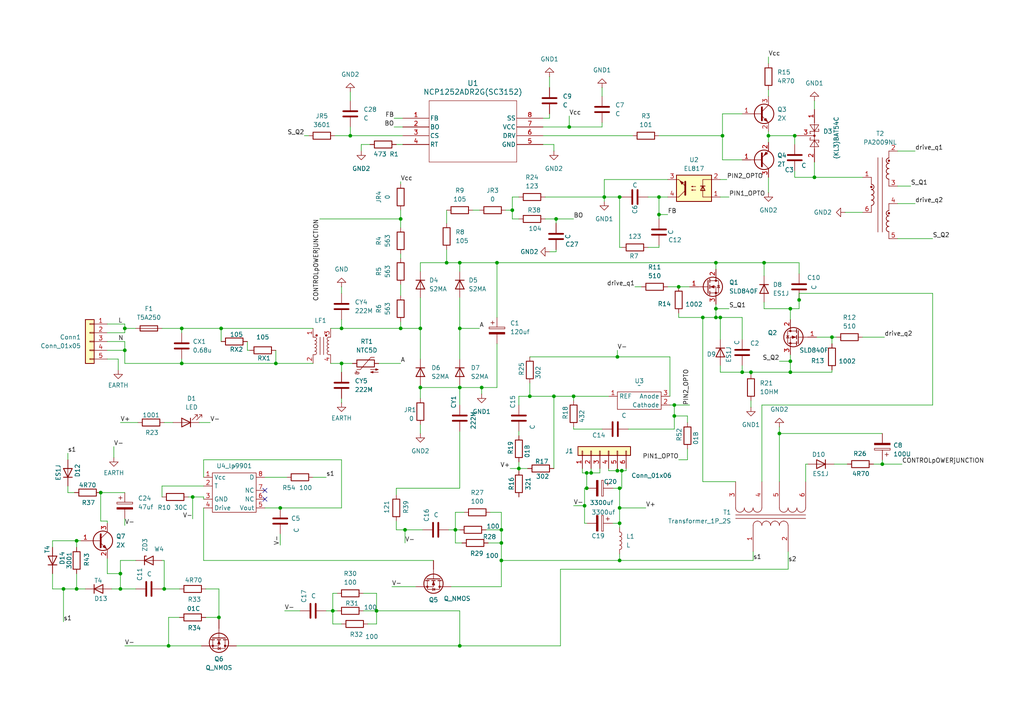
<source format=kicad_sch>
(kicad_sch (version 20250114) (generator "eeschema") (generator_version "9.0")
  (paper "A4")
  (junction (at 145.415 153.67))
  (junction (at 241.3 97.79))
  (junction (at 160.655 114.935))
  (junction (at 179.705 151.765))
  (junction (at 36.195 95.25))
  (junction (at 145.415 157.48))
  (junction (at 231.775 86.995))
  (junction (at 133.35 187.325))
  (junction (at 170.18 137.16))
  (junction (at 196.85 83.185))
  (junction (at 175.26 57.15))
  (junction (at 229.235 107.95))
  (junction (at 166.37 114.935))
  (junction (at 215.265 107.95))
  (junction (at 229.235 89.535))
  (junction (at 179.705 162.56))
  (junction (at 121.92 95.25))
  (junction (at 52.705 95.25))
  (junction (at 64.135 95.25))
  (junction (at 236.22 51.435))
  (junction (at 34.925 166.37))
  (junction (at 63.5 179.07))
  (junction (at 22.225 156.845))
  (junction (at 203.835 92.075))
  (junction (at 229.235 104.775))
  (junction (at 207.645 92.075))
  (junction (at 179.705 57.15))
  (junction (at 101.6 39.37))
  (junction (at 145.415 162.56))
  (junction (at 170.18 141.605))
  (junction (at 116.205 95.25))
  (junction (at 179.705 147.32))
  (junction (at 179.705 141.605))
  (junction (at 99.06 105.41))
  (junction (at 191.135 57.15))
  (junction (at 195.58 117.475))
  (junction (at 121.92 112.395))
  (junction (at 207.645 76.2))
  (junction (at 207.645 89.535))
  (junction (at 133.35 76.2))
  (junction (at 222.885 39.37))
  (junction (at 195.58 120.65))
  (junction (at 48.895 187.325))
  (junction (at 29.21 142.875))
  (junction (at 52.705 105.41))
  (junction (at 117.475 153.67))
  (junction (at 36.195 101.6))
  (junction (at 179.07 136.525))
  (junction (at 109.22 177.165))
  (junction (at 221.615 76.2))
  (junction (at 18.415 170.815))
  (junction (at 80.01 105.41))
  (junction (at 255.905 134.62))
  (junction (at 217.805 107.95))
  (junction (at 226.06 125.73))
  (junction (at 99.06 95.25))
  (junction (at 22.225 170.815))
  (junction (at 47.625 170.815))
  (junction (at 34.925 170.815))
  (junction (at 169.545 146.685))
  (junction (at 81.28 147.32))
  (junction (at 230.505 39.37))
  (junction (at 55.88 144.145))
  (junction (at 133.35 95.25))
  (junction (at 208.915 92.075))
  (junction (at 133.35 112.395))
  (junction (at 139.7 112.395))
  (junction (at 116.205 63.5))
  (junction (at 180.34 136.525))
  (junction (at 161.29 63.5))
  (junction (at 132.08 153.67))
  (junction (at 148.59 60.96))
  (junction (at 191.135 62.23))
  (junction (at 171.45 137.16))
  (junction (at 179.07 103.505))
  (junction (at 153.67 114.935))
  (junction (at 209.55 39.37))
  (junction (at 96.52 177.165))
  (junction (at 144.145 76.2))
  (junction (at 165.1 36.83))
  (junction (at 150.495 135.89))
  (junction (at 129.54 76.2))
  (no_connect (at 76.835 144.78))
  (no_connect (at 76.835 142.24))
  (wire (pts (xy 31.115 166.37) (xy 34.925 166.37)))
  (wire (pts (xy 191.135 57.15) (xy 193.675 57.15)))
  (wire (pts (xy 165.1 36.83) (xy 174.625 36.83)))
  (wire (pts (xy 179.07 103.505) (xy 153.67 103.505)))
  (wire (pts (xy 109.855 177.165) (xy 133.35 177.165)))
  (wire (pts (xy 221.615 89.535) (xy 221.615 87.63)))
  (wire (pts (xy 132.08 148.59) (xy 132.08 153.67)))
  (wire (pts (xy 36.195 95.25) (xy 36.195 96.52)))
  (wire (pts (xy 116.205 95.25) (xy 121.92 95.25)))
  (wire (pts (xy 196.85 90.805) (xy 196.85 92.075)))
  (wire (pts (xy 209.55 39.37) (xy 209.55 46.355)))
  (wire (pts (xy 81.28 147.32) (xy 76.835 147.32)))
  (wire (pts (xy 187.96 71.755) (xy 191.135 71.755)))
  (wire (pts (xy 208.915 98.425) (xy 208.915 92.075)))
  (wire (pts (xy 162.56 165.1) (xy 162.56 187.325)))
  (wire (pts (xy 260.35 59.055) (xy 265.43 59.055)))
  (wire (pts (xy 59.055 133.35) (xy 99.06 133.35)))
  (wire (pts (xy 145.415 162.56) (xy 145.415 170.18)))
  (wire (pts (xy 175.26 57.15) (xy 175.26 58.42)))
  (wire (pts (xy 31.115 151.13) (xy 29.21 151.13)))
  (wire (pts (xy 148.59 57.15) (xy 148.59 60.96)))
  (wire (pts (xy 104.775 41.91) (xy 104.775 43.815)))
  (wire (pts (xy 230.505 51.435) (xy 236.22 51.435)))
  (wire (pts (xy 24.765 170.815) (xy 22.225 170.815)))
  (wire (pts (xy 36.195 105.41) (xy 36.195 101.6)))
  (wire (pts (xy 15.24 170.815) (xy 18.415 170.815)))
  (wire (pts (xy 179.705 71.755) (xy 180.34 71.755)))
  (wire (pts (xy 121.92 86.36) (xy 121.92 95.25)))
  (wire (pts (xy 160.655 114.935) (xy 160.655 135.89)))
  (wire (pts (xy 101.6 36.83) (xy 101.6 39.37)))
  (wire (pts (xy 139.065 95.25) (xy 133.35 95.25)))
  (wire (pts (xy 116.205 52.705) (xy 116.205 53.34)))
  (wire (pts (xy 129.54 72.39) (xy 129.54 76.2)))
  (wire (pts (xy 96.52 177.165) (xy 96.52 180.975)))
  (wire (pts (xy 114.935 141.605) (xy 133.35 141.605)))
  (wire (pts (xy 217.805 116.205) (xy 217.805 118.11)))
  (wire (pts (xy 215.265 107.95) (xy 215.265 106.045)))
  (wire (pts (xy 220.98 117.475) (xy 220.98 139.7)))
  (wire (pts (xy 71.755 101.6) (xy 72.39 101.6)))
  (wire (pts (xy 59.69 170.815) (xy 63.5 170.815)))
  (wire (pts (xy 150.495 63.5) (xy 148.59 63.5)))
  (wire (pts (xy 179.705 57.15) (xy 180.34 57.15)))
  (wire (pts (xy 241.3 107.95) (xy 241.3 107.315)))
  (wire (pts (xy 94.615 138.43) (xy 90.805 138.43)))
  (wire (pts (xy 133.35 112.395) (xy 139.7 112.395)))
  (wire (pts (xy 196.85 133.35) (xy 199.39 133.35)))
  (wire (pts (xy 215.265 98.425) (xy 215.265 92.075)))
  (wire (pts (xy 99.06 115.57) (xy 99.06 116.84)))
  (wire (pts (xy 71.755 99.06) (xy 71.755 101.6)))
  (wire (pts (xy 170.18 141.605) (xy 169.545 141.605)))
  (wire (pts (xy 228.6 165.1) (xy 162.56 165.1)))
  (wire (pts (xy 150.495 135.89) (xy 150.495 133.985)))
  (wire (pts (xy 148.59 63.5) (xy 148.59 60.96)))
  (wire (pts (xy 114.3 34.29) (xy 116.84 34.29)))
  (wire (pts (xy 144.145 76.2) (xy 133.35 76.2)))
  (wire (pts (xy 147.955 135.89) (xy 150.495 135.89)))
  (wire (pts (xy 245.11 61.595) (xy 250.19 61.595)))
  (wire (pts (xy 196.85 83.185) (xy 200.025 83.185)))
  (wire (pts (xy 159.385 34.29) (xy 157.48 34.29)))
  (wire (pts (xy 221.615 76.2) (xy 221.615 80.01)))
  (wire (pts (xy 150.495 125.095) (xy 150.495 126.365)))
  (wire (pts (xy 175.26 52.07) (xy 175.26 57.15)))
  (wire (pts (xy 207.645 88.265) (xy 207.645 89.535)))
  (wire (pts (xy 121.92 95.25) (xy 121.92 104.14)))
  (wire (pts (xy 230.505 49.53) (xy 230.505 51.435)))
  (wire (pts (xy 159.385 22.225) (xy 159.385 25.4)))
  (wire (pts (xy 199.39 133.35) (xy 199.39 130.175)))
  (wire (pts (xy 130.175 153.67) (xy 132.08 153.67)))
  (wire (pts (xy 150.495 114.935) (xy 150.495 117.475)))
  (wire (pts (xy 39.37 162.56) (xy 34.925 162.56)))
  (wire (pts (xy 99.06 105.41) (xy 102.235 105.41)))
  (wire (pts (xy 31.115 161.925) (xy 31.115 166.37)))
  (wire (pts (xy 82.55 177.165) (xy 86.995 177.165)))
  (wire (pts (xy 55.88 144.145) (xy 59.055 144.145)))
  (wire (pts (xy 34.925 166.37) (xy 34.925 170.815)))
  (wire (pts (xy 96.52 180.975) (xy 99.06 180.975)))
  (wire (pts (xy 179.705 160.655) (xy 179.705 162.56)))
  (wire (pts (xy 114.935 141.605) (xy 114.935 143.51)))
  (wire (pts (xy 22.225 156.845) (xy 22.225 158.75)))
  (wire (pts (xy 153.67 114.935) (xy 160.655 114.935)))
  (wire (pts (xy 19.685 142.875) (xy 21.59 142.875)))
  (wire (pts (xy 18.415 170.815) (xy 22.225 170.815)))
  (wire (pts (xy 63.5 179.07) (xy 63.5 179.705)))
  (wire (pts (xy 150.495 135.89) (xy 153.035 135.89)))
  (wire (pts (xy 180.34 136.525) (xy 180.34 141.605)))
  (wire (pts (xy 117.475 153.67) (xy 122.555 153.67)))
  (wire (pts (xy 180.34 141.605) (xy 179.705 141.605)))
  (wire (pts (xy 211.455 89.535) (xy 207.645 89.535)))
  (wire (pts (xy 101.6 39.37) (xy 116.84 39.37)))
  (wire (pts (xy 150.495 135.89) (xy 150.495 136.525)))
  (wire (pts (xy 57.785 122.555) (xy 60.96 122.555)))
  (wire (pts (xy 36.195 93.98) (xy 36.195 95.25)))
  (wire (pts (xy 250.19 97.79) (xy 256.54 97.79)))
  (wire (pts (xy 208.915 107.95) (xy 215.265 107.95)))
  (wire (pts (xy 99.06 83.185) (xy 99.06 85.09)))
  (wire (pts (xy 191.135 39.37) (xy 209.55 39.37)))
  (wire (pts (xy 236.855 97.79) (xy 241.3 97.79)))
  (wire (pts (xy 179.705 151.765) (xy 179.705 153.035)))
  (wire (pts (xy 59.055 162.56) (xy 125.73 162.56)))
  (wire (pts (xy 169.545 141.605) (xy 169.545 146.685)))
  (wire (pts (xy 161.29 73.025) (xy 161.29 72.39)))
  (wire (pts (xy 222.885 38.1) (xy 222.885 39.37)))
  (wire (pts (xy 191.135 71.12) (xy 191.135 71.755)))
  (wire (pts (xy 55.88 150.495) (xy 55.88 144.145)))
  (wire (pts (xy 175.26 57.15) (xy 179.705 57.15)))
  (wire (pts (xy 95.885 105.41) (xy 99.06 105.41)))
  (wire (pts (xy 194.31 117.475) (xy 195.58 117.475)))
  (wire (pts (xy 47.625 162.56) (xy 47.625 170.815)))
  (wire (pts (xy 52.705 95.25) (xy 52.705 96.52)))
  (wire (pts (xy 99.06 147.32) (xy 81.28 147.32)))
  (wire (pts (xy 34.29 104.14) (xy 31.115 104.14)))
  (wire (pts (xy 174.625 25.4) (xy 174.625 27.94)))
  (wire (pts (xy 193.675 52.07) (xy 175.26 52.07)))
  (wire (pts (xy 218.44 160.02) (xy 218.44 162.56)))
  (wire (pts (xy 48.895 179.07) (xy 52.07 179.07)))
  (wire (pts (xy 59.055 140.97) (xy 46.99 140.97)))
  (wire (pts (xy 157.48 36.83) (xy 165.1 36.83)))
  (wire (pts (xy 191.135 57.15) (xy 191.135 62.23)))
  (wire (pts (xy 222.885 39.37) (xy 230.505 39.37)))
  (wire (pts (xy 116.205 93.345) (xy 116.205 95.25)))
  (wire (pts (xy 176.53 136.525) (xy 179.07 136.525)))
  (wire (pts (xy 59.055 144.145) (xy 59.055 144.78)))
  (wire (pts (xy 173.99 135.89) (xy 173.99 137.16)))
  (wire (pts (xy 229.235 89.535) (xy 229.235 92.71)))
  (wire (pts (xy 99.06 105.41) (xy 99.06 107.95)))
  (wire (pts (xy 132.08 148.59) (xy 134.62 148.59)))
  (wire (pts (xy 109.22 172.085) (xy 109.22 177.165)))
  (wire (pts (xy 106.68 180.975) (xy 109.22 180.975)))
  (wire (pts (xy 80.01 101.6) (xy 80.01 105.41)))
  (wire (pts (xy 19.685 140.97) (xy 19.685 142.875)))
  (wire (pts (xy 166.37 146.685) (xy 169.545 146.685)))
  (wire (pts (xy 207.645 78.105) (xy 207.645 76.2)))
  (wire (pts (xy 207.645 76.2) (xy 221.615 76.2)))
  (wire (pts (xy 236.22 29.21) (xy 236.22 31.75)))
  (wire (pts (xy 217.805 107.95) (xy 229.235 107.95)))
  (wire (pts (xy 129.54 76.2) (xy 133.35 76.2)))
  (wire (pts (xy 33.02 129.54) (xy 33.02 132.715)))
  (wire (pts (xy 179.07 136.525) (xy 180.34 136.525)))
  (wire (pts (xy 168.91 135.89) (xy 168.91 137.16)))
  (wire (pts (xy 241.935 134.62) (xy 245.745 134.62)))
  (wire (pts (xy 231.775 86.995) (xy 231.775 89.535)))
  (wire (pts (xy 270.51 85.09) (xy 231.775 85.09)))
  (wire (pts (xy 59.055 138.43) (xy 59.055 133.35)))
  (wire (pts (xy 173.99 137.16) (xy 171.45 137.16)))
  (wire (pts (xy 195.58 117.475) (xy 195.58 120.65)))
  (wire (pts (xy 133.35 187.325) (xy 162.56 187.325)))
  (wire (pts (xy 139.7 112.395) (xy 139.7 114.3)))
  (wire (pts (xy 171.45 135.89) (xy 171.45 137.16)))
  (wire (pts (xy 113.665 170.18) (xy 120.65 170.18)))
  (wire (pts (xy 226.06 104.775) (xy 229.235 104.775)))
  (wire (pts (xy 36.195 99.06) (xy 36.195 101.6)))
  (wire (pts (xy 19.685 131.445) (xy 19.685 133.35)))
  (wire (pts (xy 144.145 92.075) (xy 144.145 76.2)))
  (wire (pts (xy 166.37 124.46) (xy 166.37 123.825)))
  (wire (pts (xy 36.195 142.875) (xy 29.21 142.875)))
  (wire (pts (xy 64.135 99.06) (xy 64.135 95.25)))
  (wire (pts (xy 169.545 151.765) (xy 170.18 151.765)))
  (wire (pts (xy 64.135 95.25) (xy 90.805 95.25)))
  (wire (pts (xy 145.415 157.48) (xy 145.415 162.56)))
  (wire (pts (xy 133.35 177.165) (xy 133.35 187.325)))
  (wire (pts (xy 207.645 92.075) (xy 208.915 92.075)))
  (wire (pts (xy 217.805 107.95) (xy 217.805 108.585)))
  (wire (pts (xy 81.28 154.94) (xy 81.28 158.115)))
  (wire (pts (xy 117.475 157.48) (xy 117.475 153.67)))
  (wire (pts (xy 196.85 92.075) (xy 203.835 92.075)))
  (wire (pts (xy 48.895 179.07) (xy 48.895 187.325)))
  (wire (pts (xy 215.265 107.95) (xy 217.805 107.95)))
  (wire (pts (xy 121.92 76.2) (xy 129.54 76.2)))
  (wire (pts (xy 161.29 63.5) (xy 166.37 63.5)))
  (wire (pts (xy 116.205 60.96) (xy 116.205 63.5)))
  (wire (pts (xy 182.245 124.46) (xy 195.58 124.46)))
  (wire (pts (xy 222.885 26.035) (xy 222.885 27.94)))
  (wire (pts (xy 194.31 114.935) (xy 194.31 103.505)))
  (wire (pts (xy 199.39 120.65) (xy 199.39 122.555)))
  (wire (pts (xy 236.22 51.435) (xy 250.19 51.435)))
  (wire (pts (xy 179.07 101.6) (xy 179.07 103.505)))
  (wire (pts (xy 222.885 51.435) (xy 222.885 55.88)))
  (wire (pts (xy 158.115 57.15) (xy 175.26 57.15)))
  (wire (pts (xy 34.29 107.315) (xy 34.29 104.14)))
  (wire (pts (xy 109.22 177.165) (xy 105.41 177.165)))
  (wire (pts (xy 36.195 96.52) (xy 31.115 96.52)))
  (wire (pts (xy 148.59 57.15) (xy 150.495 57.15)))
  (wire (pts (xy 132.08 153.67) (xy 133.35 153.67)))
  (wire (pts (xy 95.885 95.25) (xy 99.06 95.25)))
  (wire (pts (xy 133.35 95.25) (xy 133.35 104.14)))
  (wire (pts (xy 166.37 114.935) (xy 166.37 116.205)))
  (wire (pts (xy 203.835 139.7) (xy 213.36 139.7)))
  (wire (pts (xy 32.385 170.815) (xy 34.925 170.815)))
  (wire (pts (xy 101.6 26.67) (xy 101.6 29.21)))
  (wire (pts (xy 165.1 33.655) (xy 165.1 36.83)))
  (wire (pts (xy 15.24 166.37) (xy 15.24 170.815)))
  (wire (pts (xy 52.705 95.25) (xy 64.135 95.25)))
  (wire (pts (xy 99.06 133.35) (xy 99.06 147.32)))
  (wire (pts (xy 177.8 141.605) (xy 179.705 141.605)))
  (wire (pts (xy 174.625 35.56) (xy 174.625 36.83)))
  (wire (pts (xy 208.915 107.95) (xy 208.915 106.045)))
  (wire (pts (xy 241.3 97.79) (xy 241.3 99.695)))
  (wire (pts (xy 94.615 177.165) (xy 96.52 177.165)))
  (wire (pts (xy 174.625 124.46) (xy 166.37 124.46)))
  (wire (pts (xy 68.58 187.325) (xy 133.35 187.325)))
  (wire (pts (xy 221.615 76.2) (xy 231.775 76.2)))
  (wire (pts (xy 221.615 89.535) (xy 229.235 89.535)))
  (wire (pts (xy 209.55 46.355) (xy 215.265 46.355)))
  (wire (pts (xy 166.37 114.935) (xy 176.53 114.935)))
  (wire (pts (xy 47.625 122.555) (xy 50.165 122.555)))
  (wire (pts (xy 231.775 85.09) (xy 231.775 86.995)))
  (wire (pts (xy 241.3 107.95) (xy 229.235 107.95)))
  (wire (pts (xy 132.08 157.48) (xy 133.985 157.48)))
  (wire (pts (xy 195.58 117.475) (xy 200.025 117.475)))
  (wire (pts (xy 153.67 114.935) (xy 150.495 114.935)))
  (wire (pts (xy 230.505 39.37) (xy 231.14 39.37)))
  (wire (pts (xy 191.135 62.23) (xy 191.135 63.5)))
  (wire (pts (xy 159.385 33.02) (xy 159.385 34.29)))
  (wire (pts (xy 226.06 125.73) (xy 255.905 125.73)))
  (wire (pts (xy 46.99 140.97) (xy 46.99 144.145)))
  (wire (pts (xy 133.35 112.395) (xy 133.35 111.76)))
  (wire (pts (xy 133.35 76.2) (xy 133.35 78.74)))
  (wire (pts (xy 121.92 112.395) (xy 121.92 111.76)))
  (wire (pts (xy 255.905 134.62) (xy 261.62 134.62)))
  (wire (pts (xy 18.415 170.815) (xy 18.415 180.34)))
  (wire (pts (xy 142.24 148.59) (xy 145.415 148.59)))
  (wire (pts (xy 47.625 170.815) (xy 52.07 170.815)))
  (wire (pts (xy 76.835 138.43) (xy 83.185 138.43)))
  (wire (pts (xy 36.195 150.495) (xy 36.195 152.4)))
  (wire (pts (xy 145.415 162.56) (xy 179.705 162.56)))
  (wire (pts (xy 228.6 160.02) (xy 228.6 165.1)))
  (wire (pts (xy 109.855 105.41) (xy 116.205 105.41)))
  (wire (pts (xy 229.235 104.775) (xy 229.235 107.95)))
  (wire (pts (xy 177.8 151.765) (xy 179.705 151.765)))
  (wire (pts (xy 22.225 170.815) (xy 22.225 166.37)))
  (wire (pts (xy 23.495 156.845) (xy 22.225 156.845)))
  (wire (pts (xy 270.51 117.475) (xy 270.51 85.09)))
  (wire (pts (xy 179.705 141.605) (xy 179.705 147.32)))
  (wire (pts (xy 63.5 170.815) (xy 63.5 179.07)))
  (wire (pts (xy 48.895 187.325) (xy 58.42 187.325)))
  (wire (pts (xy 116.205 74.93) (xy 116.205 73.66)))
  (wire (pts (xy 39.37 95.25) (xy 36.195 95.25)))
  (wire (pts (xy 96.52 172.085) (xy 97.79 172.085)))
  (wire (pts (xy 144.145 99.695) (xy 144.145 112.395)))
  (wire (pts (xy 179.705 162.56) (xy 218.44 162.56)))
  (wire (pts (xy 31.115 93.98) (xy 36.195 93.98)))
  (wire (pts (xy 46.99 170.815) (xy 47.625 170.815)))
  (wire (pts (xy 148.59 60.96) (xy 146.685 60.96)))
  (wire (pts (xy 29.21 151.13) (xy 29.21 142.875)))
  (wire (pts (xy 255.905 133.35) (xy 255.905 134.62)))
  (wire (pts (xy 15.24 156.845) (xy 22.225 156.845)))
  (wire (pts (xy 114.935 153.67) (xy 117.475 153.67)))
  (wire (pts (xy 130.81 170.18) (xy 145.415 170.18)))
  (wire (pts (xy 109.22 180.975) (xy 109.22 177.165)))
  (wire (pts (xy 207.645 89.535) (xy 207.645 92.075)))
  (wire (pts (xy 92.71 63.5) (xy 116.205 63.5)))
  (wire (pts (xy 158.115 63.5) (xy 161.29 63.5)))
  (wire (pts (xy 208.915 57.15) (xy 211.455 57.15)))
  (wire (pts (xy 208.915 52.07) (xy 210.82 52.07)))
  (wire (pts (xy 97.155 39.37) (xy 101.6 39.37)))
  (wire (pts (xy 187.96 57.15) (xy 191.135 57.15)))
  (wire (pts (xy 96.52 177.165) (xy 97.79 177.165)))
  (wire (pts (xy 145.415 148.59) (xy 145.415 153.67)))
  (wire (pts (xy 226.06 123.825) (xy 226.06 125.73)))
  (wire (pts (xy 34.925 170.815) (xy 39.37 170.815)))
  (wire (pts (xy 260.35 69.215) (xy 270.51 69.215)))
  (wire (pts (xy 222.885 39.37) (xy 222.885 41.275)))
  (wire (pts (xy 186.055 83.185) (xy 184.15 83.185)))
  (wire (pts (xy 121.92 78.74) (xy 121.92 76.2)))
  (wire (pts (xy 99.06 95.25) (xy 116.205 95.25)))
  (wire (pts (xy 199.39 120.65) (xy 195.58 120.65)))
  (wire (pts (xy 144.145 76.2) (xy 207.645 76.2)))
  (wire (pts (xy 180.34 136.525) (xy 181.61 136.525)))
  (wire (pts (xy 160.655 41.91) (xy 160.655 43.815)))
  (wire (pts (xy 255.905 134.62) (xy 253.365 134.62)))
  (wire (pts (xy 121.92 112.395) (xy 121.92 115.57)))
  (wire (pts (xy 34.925 162.56) (xy 34.925 166.37)))
  (wire (pts (xy 121.92 112.395) (xy 133.35 112.395)))
  (wire (pts (xy 59.055 147.32) (xy 59.055 162.56)))
  (wire (pts (xy 179.705 147.32) (xy 179.705 151.765)))
  (wire (pts (xy 222.885 16.51) (xy 222.885 18.415)))
  (wire (pts (xy 59.69 179.07) (xy 63.5 179.07)))
  (wire (pts (xy 88.265 39.37) (xy 89.535 39.37)))
  (wire (pts (xy 195.58 120.65) (xy 195.58 124.46)))
  (wire (pts (xy 153.67 111.125) (xy 153.67 114.935)))
  (wire (pts (xy 80.01 105.41) (xy 90.805 105.41)))
  (wire (pts (xy 99.06 92.71) (xy 99.06 95.25)))
  (wire (pts (xy 170.18 137.16) (xy 171.45 137.16)))
  (wire (pts (xy 233.68 134.62) (xy 233.68 139.7)))
  (wire (pts (xy 52.705 105.41) (xy 80.01 105.41)))
  (wire (pts (xy 31.115 151.13) (xy 31.115 151.765)))
  (wire (pts (xy 129.54 60.96) (xy 129.54 64.77)))
  (wire (pts (xy 236.22 46.99) (xy 236.22 51.435)))
  (wire (pts (xy 161.29 63.5) (xy 161.29 64.77)))
  (wire (pts (xy 140.97 153.67) (xy 145.415 153.67)))
  (wire (pts (xy 234.315 134.62) (xy 233.68 134.62)))
  (wire (pts (xy 114.3 36.83) (xy 116.84 36.83)))
  (wire (pts (xy 52.705 105.41) (xy 36.195 105.41)))
  (wire (pts (xy 141.605 157.48) (xy 145.415 157.48)))
  (wire (pts (xy 231.775 76.2) (xy 231.775 79.375)))
  (wire (pts (xy 168.91 137.16) (xy 170.18 137.16)))
  (wire (pts (xy 179.07 136.525) (xy 179.07 135.89)))
  (wire (pts (xy 170.18 137.16) (xy 170.18 141.605)))
  (wire (pts (xy 193.675 83.185) (xy 196.85 83.185)))
  (wire (pts (xy 34.925 122.555) (xy 40.005 122.555)))
  (wire (pts (xy 114.935 153.67) (xy 114.935 151.13)))
  (wire (pts (xy 116.205 85.725) (xy 116.205 82.55)))
  (wire (pts (xy 203.835 92.075) (xy 203.835 139.7)))
  (wire (pts (xy 179.705 57.15) (xy 179.705 71.755)))
  (wire (pts (xy 229.235 102.87) (xy 229.235 104.775)))
  (wire (pts (xy 209.55 33.02) (xy 209.55 39.37)))
  (wire (pts (xy 220.98 117.475) (xy 270.51 117.475)))
  (wire (pts (xy 133.35 125.095) (xy 133.35 141.605)))
  (wire (pts (xy 46.99 162.56) (xy 47.625 162.56)))
  (wire (pts (xy 264.16 53.975) (xy 260.35 53.975)))
  (wire (pts (xy 133.35 86.36) (xy 133.35 95.25)))
  (wire (pts (xy 116.205 63.5) (xy 116.205 66.04)))
  (wire (pts (xy 36.195 187.325) (xy 48.895 187.325)))
  (wire (pts (xy 181.61 135.89) (xy 181.61 136.525)))
  (wire (pts (xy 114.935 41.91) (xy 116.84 41.91)))
  (wire (pts (xy 230.505 39.37) (xy 230.505 41.91)))
  (wire (pts (xy 176.53 135.89) (xy 176.53 136.525)))
  (wire (pts (xy 31.115 99.06) (xy 36.195 99.06)))
  (wire (pts (xy 36.195 101.6) (xy 31.115 101.6)))
  (wire (pts (xy 208.915 92.075) (xy 215.265 92.075)))
  (wire (pts (xy 193.675 62.23) (xy 191.135 62.23)))
  (wire (pts (xy 121.92 123.19) (xy 121.92 125.73)))
  (wire (pts (xy 157.48 41.91) (xy 160.655 41.91)))
  (wire (pts (xy 215.265 33.02) (xy 209.55 33.02)))
  (wire (pts (xy 54.61 144.145) (xy 55.88 144.145)))
  (wire (pts (xy 169.545 146.685) (xy 169.545 151.765)))
  (wire (pts (xy 137.16 60.96) (xy 139.065 60.96)))
  (wire (pts (xy 52.705 105.41) (xy 52.705 104.14)))
  (wire (pts (xy 157.48 39.37) (xy 183.515 39.37)))
  (wire (pts (xy 226.06 125.73) (xy 226.06 139.7)))
  (wire (pts (xy 133.35 117.475) (xy 133.35 112.395)))
  (wire (pts (xy 145.415 153.67) (xy 145.415 157.48)))
  (wire (pts (xy 132.08 153.67) (xy 132.08 157.48)))
  (wire (pts (xy 107.315 41.91) (xy 104.775 41.91)))
  (wire (pts (xy 203.835 92.075) (xy 207.645 92.075)))
  (wire (pts (xy 241.3 97.79) (xy 242.57 97.79)))
  (wire (pts (xy 96.52 172.085) (xy 96.52 177.165)))
  (wire (pts (xy 160.655 114.935) (xy 166.37 114.935)))
  (wire (pts (xy 260.35 43.815) (xy 265.43 43.815)))
  (wire (pts (xy 15.24 158.75) (xy 15.24 156.845)))
  (wire (pts (xy 159.385 73.025) (xy 161.29 73.025)))
  (wire (pts (xy 105.41 172.085) (xy 109.22 172.085)))
  (wire (pts (xy 187.325 147.32) (xy 179.705 147.32)))
  (wire (pts (xy 229.235 89.535) (xy 231.775 89.535)))
  (wire (pts (xy 139.7 112.395) (xy 144.145 112.395)))
  (wire (pts (xy 194.31 103.505) (xy 179.07 103.505)))
  (wire (pts (xy 46.99 95.25) (xy 52.705 95.25)))
  (label "N" (at 34.29 99.06 0))
  (label "V+" (at 34.925 122.555 0))
  (label "V-" (at 36.195 187.325 0))
  (label "S_Q1" (at 264.16 53.975 0))
  (label "PIN2_OPTO" (at 200.025 117.475 90))
  (label "V-" (at 60.96 122.555 0))
  (label "S_Q2" (at 270.51 69.215 0))
  (label "s2" (at 228.6 163.195 0))
  (label "drive_q1" (at 184.15 83.185 180))
  (label "V-" (at 166.37 146.685 0))
  (label "L" (at 34.29 93.98 0))
  (label "V+" (at 187.325 147.32 0))
  (label "S_Q2" (at 88.265 39.37 180))
  (label "V-" (at 82.55 177.165 0))
  (label "s1" (at 18.415 180.34 0))
  (label "s1" (at 218.44 162.56 0))
  (label "BO" (at 166.37 63.5 0))
  (label "V-" (at 81.28 158.115 90))
  (label "V-" (at 179.07 101.6 0))
  (label "V-" (at 113.665 170.18 0))
  (label "CONTROLpOWERjUNCTION" (at 92.71 63.5 270))
  (label "PIN1_OPTO" (at 196.85 133.35 180))
  (label "drive_q2" (at 256.54 97.79 0))
  (label "Vcc" (at 165.1 33.655 0))
  (label "drive_q1" (at 265.43 43.815 0))
  (label "S_Q1" (at 211.455 89.535 0))
  (label "Vcc" (at 222.885 16.51 0))
  (label "S_Q2" (at 226.06 104.775 180))
  (label "V-" (at 117.475 157.48 0))
  (label "Vcc" (at 116.205 52.705 0))
  (label "V+" (at 147.955 135.89 180))
  (label "V-" (at 55.88 150.495 180))
  (label "CONTROLpOWERjUNCTION" (at 261.62 134.62 0))
  (label "V-" (at 33.02 129.54 0))
  (label "drive_q2" (at 265.43 59.055 0))
  (label "FB" (at 114.3 34.29 180))
  (label "PIN2_OPTO" (at 210.82 52.07 0))
  (label "A" (at 139.065 95.25 0))
  (label "s1" (at 19.685 131.445 0))
  (label "V-" (at 36.195 152.4 0))
  (label "FB" (at 193.675 62.23 0))
  (label "BO" (at 114.3 36.83 180))
  (label "s1" (at 94.615 138.43 0))
  (label "A" (at 116.205 105.41 0))
  (label "PIN1_OPTO" (at 211.455 57.15 0))
  (symbol (lib_id "Device:R") (at 86.995 138.43 90) (unit 1)
    (property "Reference" "R54" (at 83.82 141.478 90))
    (property "Value" "100" (at 88.646 141.478 90))
    (property "Description" "Resistor" (effects (hide yes)))
  )
  (symbol (lib_id "Device:C_Polarized") (at 36.195 146.685 0) (unit 1)
    (property "Reference" "C24" (at 40.005 144.5259 0) (effects (justify left)))
    (property "Value" "47uf" (at 40.005 147.0659 0) (effects (justify left)))
    (property "Description" "Polarized capacitor" (effects (hide yes)))
  )
  (symbol (lib_id "Device:R") (at 156.845 135.89 90) (unit 1)
    (property "Reference" "R17" (at 155.194 133.858 90) (effects (justify right)))
    (property "Value" "302" (at 155.448 138.176 90) (effects (justify right)))
    (property "Description" "Resistor" (effects (hide yes)))
  )
  (symbol (lib_id "Diode:US2MA") (at 15.24 162.56 90) (unit 1)
    (property "Reference" "D14" (at 18.034 163.83 0) (effects (justify left)))
    (property "Value" "T4" (at 13.716 160.528 0) (effects (justify left)))
    (property "Footprint" "Diode_SMD:D_SMA" (effects (hide yes)))
    (property "Datasheet" "https://www.alldatasheet.net/datasheet-pdf/view-marking/58920/DIODES/1N4148W.html" (effects (hide yes)))
    (property "Description" "1000V, 1.5A, General Purpose Rectifier Diode, SMA(DO-214AC)" (effects (hide yes)))
    (property "Sim.Device" "D" (effects (hide yes)))
    (property "Sim.Pins" "1=K 2=A" (effects (hide yes)))
  )
  (symbol (lib_id "Device:R") (at 114.935 147.32 0) (unit 1)
    (property "Reference" "R39" (at 117.729 147.066 90))
    (property "Value" "121" (at 112.141 147.066 90))
    (property "Description" "Resistor" (effects (hide yes)))
  )
  (symbol (lib_id "Device:R") (at 187.325 39.37 90) (unit 1)
    (property "Reference" "R3" (at 187.325 33.655 90))
    (property "Value" "101" (at 187.325 36.195 90))
    (property "Description" "Resistor" (effects (hide yes)))
  )
  (symbol (lib_id "Transistor_BJT:MMBT3904") (at 220.345 33.02 0) (unit 1)
    (property "Reference" "Q3" (at 225.425 31.7499 0) (effects (justify left)))
    (property "Value" "2X" (at 225.425 34.2899 0) (effects (justify left)))
    (property "Footprint" "Package_TO_SOT_SMD:SOT-23" (effects (hide yes)))
    (property "Datasheet" "https://www.onsemi.com/pdf/datasheet/pzt3904-d.pdf" (effects (hide yes)))
    (property "Description" "0.2A Ic, 40V Vce, Small Signal NPN Transistor, SOT-23" (effects (hide yes)))
  )
  (symbol (lib_id "power:GND") (at 33.02 132.715 0) (unit 1)
    (property "Reference" "#PWR08" (effects (hide yes)))
    (property "Value" "EARTH" (at 33.02 137.16 0))
    (property "Description" "Power symbol creates a global label with name \"GND\" , ground" (effects (hide yes)))
  )
  (symbol (lib_id "Device:R") (at 55.88 179.07 270) (unit 1)
    (property "Reference" "R34" (at 56.388 182.118 90))
    (property "Value" "01C" (at 56.134 176.53 90))
    (property "Description" "Resistor" (effects (hide yes)))
  )
  (symbol (lib_id "power:GND") (at 99.06 83.185 180) (unit 1)
    (property "Reference" "#PWR03" (effects (hide yes)))
    (property "Value" "GND" (at 99.06 78.105 0))
    (property "Description" "Power symbol creates a global label with name \"GND\" , ground" (effects (hide yes)))
  )
  (symbol (lib_id "Connector_Generic:Conn_01x06") (at 173.99 130.81 90) (unit 1)
    (property "Reference" "J1" (at 165.1 130.81 90))
    (property "Value" "Conn_01x06" (at 188.976 137.922 90))
    (property "Footprint" "TerminalBlock:TerminalBlock_MaiXu_MX126-5.0-06P_1x06_P5.00mm" (effects (hide yes)))
    (property "Description" "Generic connector, single row, 01x06, script generated (kicad-library-utils/schlib/autogen/connector/)" (effects (hide yes)))
  )
  (symbol (lib_id "Device:C") (at 178.435 124.46 90) (unit 1)
    (property "Reference" "C14" (at 175.641 126.238 90) (effects (justify left)))
    (property "Value" "C" (at 181.737 120.523 90) (effects (justify left)))
    (property "Datasheet" "https://www.mouser.com/catalog/supplier/library/pdf/MurataHighVoltageCeramic.pdf" (effects (hide yes)))
    (property "Description" "Unpolarized capacitor" (effects (hide yes)))
  )
  (symbol (lib_id "Connector_Generic:Conn_01x05") (at 26.035 99.06 0) (mirror y) (unit 1)
    (property "Reference" "Conn1" (at 23.495 97.7899 0) (effects (justify left)))
    (property "Value" "Conn_01x05" (at 23.495 100.3299 0) (effects (justify left)))
    (property "Description" "Generic connector, single row, 01x05, script generated (kicad-library-utils/schlib/autogen/connector/)" (effects (hide yes)))
  )
  (symbol (lib_id "Device:C") (at 90.805 177.165 90) (unit 1)
    (property "Reference" "C17" (at 88.138 174.879 0) (effects (justify left)))
    (property "Value" "C" (at 91.694 172.847 90) (effects (justify left)))
    (property "Datasheet" "https://www.mouser.com/catalog/supplier/library/pdf/MurataHighVoltageCeramic.pdf" (effects (hide yes)))
    (property "Description" "Unpolarized capacitor" (effects (hide yes)))
  )
  (symbol (lib_id "Diode:US2MA") (at 19.685 137.16 90) (unit 1)
    (property "Reference" "D12" (at 22.479 138.43 0) (effects (justify left)))
    (property "Value" "ES1J" (at 16.891 139.446 0) (effects (justify left)))
    (property "Footprint" "Diode_SMD:D_SMA" (effects (hide yes)))
    (property "Datasheet" "https://www.digchip.com/datasheets/parts/datasheet/161/ES1J-pdf.php" (effects (hide yes)))
    (property "Description" "1000V, 1.5A, General Purpose Rectifier Diode, SMA(DO-214AC)" (effects (hide yes)))
    (property "Sim.Device" "D" (effects (hide yes)))
    (property "Sim.Pins" "1=K 2=A" (effects (hide yes)))
  )
  (symbol (lib_id "Transformer:PA2009NL") (at 255.27 56.515 0) (unit 1)
    (property "Reference" "T2" (at 255.27 38.735 0))
    (property "Value" "PA2009NL" (at 255.27 41.275 0))
    (property "Footprint" "Transformer_SMD:Pulse_PA2004NL" (effects (hide yes)))
    (property "Datasheet" "https://productfinder.pulseeng.com/products/datasheets/P663.pdf" (effects (hide yes)))
    (property "Description" "SMT Gate Drive Transformer, 2.5:1:1" (effects (hide yes)))
  )
  (symbol (lib_id "power:GND2") (at 160.655 43.815 0) (unit 1)
    (property "Reference" "#PWR012" (effects (hide yes)))
    (property "Value" "GND2" (at 160.655 48.895 0))
    (property "Description" "Power symbol creates a global label with name \"GND2\" , ground" (effects (hide yes)))
  )
  (symbol (lib_id "Device:C") (at 215.265 102.235 0) (unit 1)
    (property "Reference" "C2" (at 217.551 99.568 0) (effects (justify left)))
    (property "Value" "C" (at 213.741 100.076 90) (effects (justify left)))
    (property "Datasheet" "https://www.mouser.com/catalog/supplier/library/pdf/MurataHighVoltageCeramic.pdf" (effects (hide yes)))
    (property "Description" "Unpolarized capacitor" (effects (hide yes)))
  )
  (symbol (lib_id "Diode:US2MA") (at 133.35 107.95 270) (unit 1)
    (property "Reference" "D7" (at 136.525 106.6799 90) (effects (justify left)))
    (property "Value" "S2MA" (at 136.525 109.2199 90) (effects (justify left)))
    (property "Footprint" "Diode_SMD:D_SMA" (effects (hide yes)))
    (property "Datasheet" "https://www.onsemi.com/pub/Collateral/US2AA-D.PDF" (effects (hide yes)))
    (property "Description" "1000V, 1.5A, General Purpose Rectifier Diode, SMA(DO-214AC)" (effects (hide yes)))
    (property "Sim.Device" "D" (effects (hide yes)))
    (property "Sim.Pins" "1=K 2=A" (effects (hide yes)))
  )
  (symbol (lib_id "Transistor_FET:Q_NMOS_GDS") (at 231.775 97.79 0) (mirror y) (unit 1)
    (property "Reference" "Q2" (at 225.425 96.5199 0) (effects (justify left)))
    (property "Value" "SLD840F" (at 240.284 101.6 0) (effects (justify left)))
    (property "Datasheet" "https://www.alldatasheet.com/datasheet-pdf/view/1135474/MAPLESMI/SLD840F.html" (effects (hide yes)))
    (property "Description" "N-MOSFET transistor, gate/drain/source" (effects (hide yes)))
  )
  (symbol (lib_id "Device:R") (at 67.945 99.06 90) (unit 1)
    (property "Reference" "RX2" (at 68.58 101.346 90))
    (property "Value" "105" (at 68.58 97.028 90))
    (property "Description" "Resistor" (effects (hide yes)))
  )
  (symbol (lib_id "Device:R") (at 102.87 180.975 270) (unit 1)
    (property "Reference" "R32" (at 103.378 184.023 90))
    (property "Value" "100" (at 107.823 184.658 90))
    (property "Description" "Resistor" (effects (hide yes)))
  )
  (symbol (lib_id "Transistor_FET:Q_NMOS_GDS") (at 205.105 83.185 0) (unit 1)
    (property "Reference" "Q1" (at 211.455 81.9149 0) (effects (justify left)))
    (property "Value" "SLD840F" (at 211.455 84.4549 0) (effects (justify left)))
    (property "Datasheet" "https://www.alldatasheet.com/datasheet-pdf/view/1135474/MAPLESMI/SLD840F.html" (effects (hide yes)))
    (property "Description" "N-MOSFET transistor, gate/drain/source" (effects (hide yes)))
  )
  (symbol (lib_id "Device:R") (at 43.815 122.555 270) (unit 1)
    (property "Reference" "R23" (at 44.069 125.476 90))
    (property "Value" "1001" (at 43.815 120.396 90))
    (property "Description" "Resistor" (effects (hide yes)))
  )
  (symbol (lib_id "Device:Q_NMOS") (at 63.5 184.785 270) (unit 1)
    (property "Reference" "Q6" (at 63.5 191.135 90))
    (property "Value" "Q_NMOS" (at 63.5 193.675 90))
    (property "Footprint" "Package_SO:SOIC-8_3.9x4.9mm_P1.27mm" (effects (hide yes)))
    (property "Datasheet" "https://www.alldatasheet.com/html-pdf/79316/INFINEON/BSC022N03S/324/1/BSC022N03S.html" (effects (hide yes)))
    (property "Description" "N-MOSFET transistor" (effects (hide yes)))
  )
  (symbol (lib_id "Isolator:EL817") (at 201.295 54.61 180) (unit 1)
    (property "Reference" "U2" (at 201.295 46.355 0))
    (property "Value" "EL817" (at 201.295 48.895 0))
    (property "Footprint" "Package_DIP:DIP-4_W7.62mm" (effects (hide yes)))
    (property "Datasheet" "http://www.everlight.com/file/ProductFile/EL817.pdf" (effects (hide yes)))
    (property "Description" "DC Optocoupler, Vce 35V, DIP-4" (effects (hide yes)))
  )
  (symbol (lib_id "Device:R") (at 142.875 60.96 270) (unit 1)
    (property "Reference" "JR3" (at 142.875 55.245 90))
    (property "Value" "0" (at 142.875 57.785 90))
    (property "Description" "Resistor" (effects (hide yes)))
  )
  (symbol (lib_id "Diode:US2MA") (at 28.575 170.815 0) (unit 1)
    (property "Reference" "D13" (at 27.305 173.609 0) (effects (justify left)))
    (property "Value" "T4" (at 27.305 168.402 0) (effects (justify left)))
    (property "Footprint" "Diode_SMD:D_SMA" (effects (hide yes)))
    (property "Datasheet" "https://www.alldatasheet.net/datasheet-pdf/view-marking/58920/DIODES/1N4148W.html" (effects (hide yes)))
    (property "Description" "1000V, 1.5A, General Purpose Rectifier Diode, SMA(DO-214AC)" (effects (hide yes)))
    (property "Sim.Device" "D" (effects (hide yes)))
    (property "Sim.Pins" "1=K 2=A" (effects (hide yes)))
  )
  (symbol (lib_id "Device:L") (at 179.705 156.845 0) (unit 1)
    (property "Reference" "L1" (at 181.61 155.5749 0) (effects (justify left)))
    (property "Value" "L" (at 181.61 158.1149 0) (effects (justify left)))
    (property "Description" "Inductor" (effects (hide yes)))
  )
  (symbol (lib_id "Device:Thermistor_NTC") (at 106.045 105.41 90) (unit 1)
    (property "Reference" "RT1" (at 106.3625 99.06 90))
    (property "Value" "NTC5D" (at 106.3625 101.6 90))
    (property "Datasheet" "https://jlcpcb.com/api/file/downloadByFileSystemAccessId/8603098474842251264" (effects (hide yes)))
    (property "Description" "Temperature dependent resistor, negative temperature coefficient" (effects (hide yes)))
  )
  (symbol (lib_name "C_1") (lib_id "Device:C") (at 191.135 67.31 0) (unit 1)
    (property "Reference" "C12" (at 193.802 69.596 0) (effects (justify left)))
    (property "Value" "C" (at 194.564 68.072 90) (effects (justify left)))
    (property "Datasheet" "https://www.mouser.com/catalog/supplier/library/pdf/MurataHighVoltageCeramic.pdf" (effects (hide yes)))
    (property "Description" "Unpolarized capacitor" (effects (hide yes)))
  )
  (symbol (lib_id "Device:R") (at 189.865 83.185 90) (unit 1)
    (property "Reference" "R11" (at 189.865 77.47 90))
    (property "Value" "510" (at 189.865 80.01 90))
    (property "Description" "Resistor" (effects (hide yes)))
  )
  (symbol (lib_id "Device:R") (at 121.92 119.38 0) (unit 1)
    (property "Reference" "JR1" (at 117.094 118.872 0) (effects (justify left)))
    (property "Value" "0" (at 118.618 121.412 0) (effects (justify left)))
    (property "Description" "Resistor" (effects (hide yes)))
  )
  (symbol (lib_id "Device:R") (at 101.6 172.085 270) (unit 1)
    (property "Reference" "R30" (at 101.6 166.37 90))
    (property "Value" "100" (at 101.6 168.91 90))
    (property "Description" "Resistor" (effects (hide yes)))
  )
  (symbol (lib_id "Diode:US2MA") (at 133.35 82.55 270) (unit 1)
    (property "Reference" "D5" (at 135.89 81.2799 90) (effects (justify left)))
    (property "Value" "S2MA" (at 135.89 83.8199 90) (effects (justify left)))
    (property "Footprint" "Diode_SMD:D_SMA" (effects (hide yes)))
    (property "Datasheet" "https://www.onsemi.com/pub/Collateral/US2AA-D.PDF" (effects (hide yes)))
    (property "Description" "1000V, 1.5A, General Purpose Rectifier Diode, SMA(DO-214AC)" (effects (hide yes)))
    (property "Sim.Device" "D" (effects (hide yes)))
    (property "Sim.Pins" "1=K 2=A" (effects (hide yes)))
  )
  (symbol (lib_id "Device:C") (at 150.495 121.285 0) (unit 1)
    (property "Reference" "C15" (at 148.717 118.491 90) (effects (justify left)))
    (property "Value" "C" (at 154.432 124.587 90) (effects (justify left)))
    (property "Datasheet" "https://www.mouser.com/catalog/supplier/library/pdf/MurataHighVoltageCeramic.pdf" (effects (hide yes)))
    (property "Description" "Unpolarized capacitor" (effects (hide yes)))
  )
  (symbol (lib_id "Device:D_Zener") (at 43.18 162.56 0) (unit 1)
    (property "Reference" "ZD3" (at 42.037 160.02 90) (effects (justify left)))
    (property "Value" "W4" (at 44.704 159.258 0) (effects (justify left)))
    (property "Footprint" "Diode_SMD:D_SOD-523" (effects (hide yes)))
    (property "Datasheet" "https://www.diodes.com/datasheet/download/BZT52Cxx.pdf" (effects (hide yes)))
    (property "Description" "Zener diode" (effects (hide yes)))
  )
  (symbol (lib_id "Device:R") (at 93.345 39.37 90) (unit 1)
    (property "Reference" "JR5" (at 93.345 33.655 90))
    (property "Value" "3601" (at 93.345 36.195 90))
    (property "Description" "Resistor" (effects (hide yes)))
  )
  (symbol (lib_id "power:GND1") (at 217.805 118.11 0) (unit 1)
    (property "Reference" "#PWR05" (effects (hide yes)))
    (property "Value" "GND1" (at 217.805 123.19 0))
    (property "Description" "Power symbol creates a global label with name \"GND1\" , ground" (effects (hide yes)))
  )
  (symbol (lib_id "Transistor_BJT:MMBTA94") (at 220.345 46.355 0) (mirror x) (unit 1)
    (property "Reference" "Q4" (at 225.425 45.0849 0) (effects (justify left)))
    (property "Value" "2T" (at 225.425 47.6249 0) (effects (justify left)))
    (property "Footprint" "Package_TO_SOT_SMD:SOT-23" (effects (hide yes)))
    (property "Datasheet" "https://diotec.com/request/datasheet/mmbta92.pdf" (effects (hide yes)))
    (property "Description" "0.3A Ic, 400V Vce, PNP High Voltage Transistor, SOT-23" (effects (hide yes)))
  )
  (symbol (lib_id "Transistor_BJT:MMBT3904") (at 28.575 156.845 0) (unit 1)
    (property "Reference" "Q7" (at 33.655 155.5749 0) (effects (justify left)))
    (property "Value" "2X" (at 33.655 158.1149 0) (effects (justify left)))
    (property "Footprint" "Package_TO_SOT_SMD:SOT-23" (effects (hide yes)))
    (property "Datasheet" "https://www.onsemi.com/pdf/datasheet/pzt3904-d.pdf" (effects (hide yes)))
    (property "Description" "0.2A Ic, 40V Vce, Small Signal NPN Transistor, SOT-23" (effects (hide yes)))
  )
  (symbol (lib_id "power:GND") (at 34.29 107.315 0) (unit 1)
    (property "Reference" "#PWR01" (effects (hide yes)))
    (property "Value" "EARTH" (at 34.29 111.76 0))
    (property "Description" "Power symbol creates a global label with name \"GND\" , ground" (effects (hide yes)))
  )
  (symbol (lib_id "Device:C") (at 99.06 88.9 0) (unit 1)
    (property "Reference" "CY4" (at 102.87 87.6299 0) (effects (justify left)))
    (property "Value" "222M" (at 102.87 90.1699 0) (effects (justify left)))
    (property "Description" "Unpolarized capacitor" (effects (hide yes)))
  )
  (symbol (lib_id "Device:R") (at 101.6 177.165 270) (unit 1)
    (property "Reference" "R31" (at 102.108 175.006 90))
    (property "Value" "100" (at 107.442 176.149 90))
    (property "Description" "Resistor" (effects (hide yes)))
  )
  (symbol (lib_id "power:GND1") (at 139.7 114.3 0) (unit 1)
    (property "Reference" "#PWR04" (effects (hide yes)))
    (property "Value" "GND1" (at 139.7 119.38 0))
    (property "Description" "Power symbol creates a global label with name \"GND1\" , ground" (effects (hide yes)))
  )
  (symbol (lib_id "Device:R") (at 133.35 60.96 270) (unit 1)
    (property "Reference" "R9" (at 133.35 55.245 90))
    (property "Value" "105" (at 133.35 57.785 90))
    (property "Description" "Resistor" (effects (hide yes)))
  )
  (symbol (lib_id "power:GND1") (at 236.22 29.21 180) (unit 1)
    (property "Reference" "#PWR06" (effects (hide yes)))
    (property "Value" "GND1" (at 236.22 24.13 0))
    (property "Description" "Power symbol creates a global label with name \"GND1\" , ground" (effects (hide yes)))
  )
  (symbol (lib_id "Device:C") (at 99.06 111.76 0) (unit 1)
    (property "Reference" "CY5" (at 102.87 110.4899 0) (effects (justify left)))
    (property "Value" "222M" (at 102.87 113.0299 0) (effects (justify left)))
    (property "Datasheet" "https://www.mouser.com/catalog/supplier/library/pdf/MurataHighVoltageCeramic.pdf" (effects (hide yes)))
    (property "Description" "Unpolarized capacitor" (effects (hide yes)))
  )
  (symbol (lib_id "Device:C") (at 159.385 29.21 0) (unit 1)
    (property "Reference" "C9" (at 163.195 27.9399 0) (effects (justify left)))
    (property "Value" "C" (at 163.195 30.4799 0) (effects (justify left)))
    (property "Description" "Unpolarized capacitor" (effects (hide yes)))
  )
  (symbol (lib_id "Device:R") (at 137.16 153.67 270) (unit 1)
    (property "Reference" "R28" (at 141.986 155.702 90))
    (property "Value" "100" (at 143.002 152.654 90))
    (property "Description" "Resistor" (effects (hide yes)))
  )
  (symbol (lib_id "Device:R") (at 129.54 68.58 0) (unit 1)
    (property "Reference" "R8" (at 132.08 67.3099 0) (effects (justify left)))
    (property "Value" "105" (at 132.08 69.8499 0) (effects (justify left)))
    (property "Description" "Resistor" (effects (hide yes)))
  )
  (symbol (lib_id "Device:R") (at 50.8 144.145 90) (unit 1)
    (property "Reference" "R10" (at 47.625 147.193 90))
    (property "Value" "30C" (at 52.451 147.193 90))
    (property "Description" "Resistor" (effects (hide yes)))
  )
  (symbol (lib_id "Device:R") (at 196.85 86.995 180) (unit 1)
    (property "Reference" "R14" (at 190.754 88.138 0) (effects (justify right)))
    (property "Value" "1002" (at 198.755 88.2649 0) (effects (justify right)))
    (property "Description" "Resistor" (effects (hide yes)))
  )
  (symbol (lib_id "Device:R") (at 116.205 69.85 180) (unit 1)
    (property "Reference" "R4" (at 109.855 69.85 90))
    (property "Value" "563" (at 112.395 69.85 90))
    (property "Description" "Resistor" (effects (hide yes)))
  )
  (symbol (lib_id "Diode:US2MA") (at 121.92 82.55 270) (unit 1)
    (property "Reference" "D4" (at 124.46 81.2799 90) (effects (justify left)))
    (property "Value" "S2MA" (at 124.46 83.8199 90) (effects (justify left)))
    (property "Footprint" "Diode_SMD:D_SMA" (effects (hide yes)))
    (property "Datasheet" "https://www.onsemi.com/pub/Collateral/US2AA-D.PDF" (effects (hide yes)))
    (property "Description" "1000V, 1.5A, General Purpose Rectifier Diode, SMA(DO-214AC)" (effects (hide yes)))
    (property "Sim.Device" "D" (effects (hide yes)))
    (property "Sim.Pins" "1=K 2=A" (effects (hide yes)))
  )
  (symbol (lib_id "power:GND2") (at 226.06 123.825 180) (unit 1)
    (property "Reference" "#PWR016" (effects (hide yes)))
    (property "Value" "GND2" (at 226.06 118.745 0))
    (property "Description" "Power symbol creates a global label with name \"GND2\" , ground" (effects (hide yes)))
  )
  (symbol (lib_id "Device:C_Polarized") (at 173.99 141.605 270) (unit 1)
    (property "Reference" "C20" (at 177.038 139.7 90))
    (property "Value" "3300uf" (at 174.498 145.796 90))
    (property "Description" "Polarized capacitor" (effects (hide yes)))
  )
  (symbol (lib_id "Diode:US2MA") (at 121.92 107.95 270) (unit 1)
    (property "Reference" "D6" (at 125.095 106.6799 90) (effects (justify left)))
    (property "Value" "S2MA" (at 125.095 109.2199 90) (effects (justify left)))
    (property "Footprint" "Diode_SMD:D_SMA" (effects (hide yes)))
    (property "Datasheet" "https://www.onsemi.com/pub/Collateral/US2AA-D.PDF" (effects (hide yes)))
    (property "Description" "1000V, 1.5A, General Purpose Rectifier Diode, SMA(DO-214AC)" (effects (hide yes)))
    (property "Sim.Device" "D" (effects (hide yes)))
    (property "Sim.Pins" "1=K 2=A" (effects (hide yes)))
  )
  (symbol (lib_id "Filter:Choke_Schaffner_RN102-0.3-02-12M") (at 93.345 100.33 90) (mirror x) (unit 1)
    (property "Reference" "LF1" (at 94.742 92.964 90) (effects (justify left)))
    (property "Value" "Choke_Schaffner_RN102-0.3-02-12M" (effects (hide yes)))
    (property "Footprint" "Inductor_THT:Choke_Schaffner_RN102-04-14.0x14.0mm" (effects (hide yes)))
    (property "Datasheet" "https://www.schaffner.com/products/download/product/datasheet/rn-series-common-mode-chokes-new/" (effects (hide yes)))
    (property "Description" "Common mode choke, 300mA, 300VAC, 12mH, 1.1 ohm, RN-102" (effects (hide yes)))
  )
  (symbol (lib_id "Device:R") (at 153.67 107.315 180) (unit 1)
    (property "Reference" "R25" (at 151.257 108.966 90) (effects (justify right)))
    (property "Value" "302" (at 156.083 109.982 90) (effects (justify right)))
    (property "Description" "Resistor" (effects (hide yes)))
  )
  (symbol (lib_id "Device:R") (at 217.805 112.395 0) (unit 1)
    (property "Reference" "R21" (at 220.345 111.1249 0) (effects (justify left)))
    (property "Value" "1OHM" (at 220.345 113.6649 0) (effects (justify left)))
    (property "Description" "Resistor" (effects (hide yes)))
  )
  (symbol (lib_id "power:GND1") (at 175.26 58.42 0) (unit 1)
    (property "Reference" "#PWR07" (effects (hide yes)))
    (property "Value" "GND1" (at 175.26 63.5 0))
    (property "Description" "Power symbol creates a global label with name \"GND1\" , ground" (effects (hide yes)))
  )
  (symbol (lib_id "Diode:US2MA") (at 221.615 83.82 270) (unit 1)
    (property "Reference" "D8" (at 224.155 82.5499 90) (effects (justify left)))
    (property "Value" "ES1J" (at 224.155 85.0899 90) (effects (justify left)))
    (property "Footprint" "Diode_SMD:D_SMA" (effects (hide yes)))
    (property "Datasheet" "https://www.digchip.com/datasheets/parts/datasheet/161/ES1J-pdf.php" (effects (hide yes)))
    (property "Description" "1000V, 1.5A, General Purpose Rectifier Diode, SMA(DO-214AC)" (effects (hide yes)))
    (property "Sim.Device" "D" (effects (hide yes)))
    (property "Sim.Pins" "1=K 2=A" (effects (hide yes)))
  )
  (symbol (lib_id "Device:R") (at 241.3 103.505 180) (unit 1)
    (property "Reference" "R13" (at 235.204 104.648 0) (effects (justify right)))
    (property "Value" "1002" (at 243.205 104.7749 0) (effects (justify right)))
    (property "Description" "Resistor" (effects (hide yes)))
  )
  (symbol (lib_id "Device:R") (at 199.39 126.365 180) (unit 1)
    (property "Reference" "R52" (at 196.977 128.016 90) (effects (justify right)))
    (property "Value" "01B" (at 201.803 129.032 90) (effects (justify right)))
    (property "Description" "Resistor" (effects (hide yes)))
  )
  (symbol (lib_id "Device:C") (at 126.365 153.67 90) (unit 1)
    (property "Reference" "C16" (at 123.698 151.384 0) (effects (justify left)))
    (property "Value" "C" (at 127.254 149.352 90) (effects (justify left)))
    (property "Datasheet" "https://www.mouser.com/catalog/supplier/library/pdf/MurataHighVoltageCeramic.pdf" (effects (hide yes)))
    (property "Description" "Unpolarized capacitor" (effects (hide yes)))
  )
  (symbol (lib_id "Device:R") (at 150.495 130.175 180) (unit 1)
    (property "Reference" "R19" (at 148.082 131.826 90) (effects (justify right)))
    (property "Value" "01B" (at 152.908 132.842 90) (effects (justify right)))
    (property "Description" "Resistor" (effects (hide yes)))
  )
  (symbol (lib_id "Device:R") (at 166.37 120.015 180) (unit 1)
    (property "Reference" "R18" (at 163.957 121.666 90) (effects (justify right)))
    (property "Value" "432" (at 168.783 122.682 90) (effects (justify right)))
    (property "Description" "Resistor" (effects (hide yes)))
  )
  (symbol (lib_id "Device:R") (at 76.2 101.6 90) (unit 1)
    (property "Reference" "RX1" (at 76.581 103.886 90))
    (property "Value" "105" (at 76.2 97.79 90))
    (property "Description" "Resistor" (effects (hide yes)))
  )
  (symbol (lib_id "NCP1252:NCP1252ADR2G") (at 116.84 34.29 0) (unit 1)
    (property "Reference" "U1" (at 137.16 24.13 0) (effects (font (size 1.524 1.524))))
    (property "Value" "NCP1252ADR2G(SC3152)" (at 137.16 26.67 0) (effects (font (size 1.524 1.524))))
    (property "Footprint" "NCP1252_footprints:SOIC8_ONS" (effects (hide yes)))
    (property "Datasheet" "https://www.onsemi.com/pdf/datasheet/ncp1252-d.pdf" (effects (hide yes)))
  )
  (symbol (lib_id "IC:EA1_az431") (at 185.42 116.205 0) (unit 1)
    (property "Reference" "U3" (at 185.42 110.49 0))
    (property "Value" "~" (at 185.42 111.76 0))
    (property "Footprint" "ic:EA1_az431" (effects (hide yes)))
    (property "Datasheet" "https://www.alldatasheet.com/datasheet-pdf/view/137251/BCDSEMI/AZ431AN-ATRE1.html" (effects (hide yes)))
  )
  (symbol (lib_id "Device:R") (at 116.205 89.535 180) (unit 1)
    (property "Reference" "R6" (at 109.855 89.535 90))
    (property "Value" "563" (at 112.395 89.535 90))
    (property "Description" "Resistor" (effects (hide yes)))
  )
  (symbol (lib_id "Device:R") (at 246.38 97.79 90) (unit 1)
    (property "Reference" "R12" (at 246.38 92.075 90))
    (property "Value" "510" (at 246.38 94.615 90))
    (property "Description" "Resistor" (effects (hide yes)))
  )
  (symbol (lib_id "Device:R") (at 184.15 71.755 270) (unit 1)
    (property "Reference" "R7" (at 183.896 74.295 90))
    (property "Value" "123" (at 184.15 68.58 90))
    (property "Description" "Resistor" (effects (hide yes)))
  )
  (symbol (lib_id "power:GND") (at 99.06 116.84 0) (unit 1)
    (property "Reference" "#PWR02" (effects (hide yes)))
    (property "Value" "EARTH" (at 99.06 121.285 0))
    (property "Description" "Power symbol creates a global label with name \"GND\" , ground" (effects (hide yes)))
  )
  (symbol (lib_id "power:GND2") (at 245.11 61.595 270) (unit 1)
    (property "Reference" "#PWR014" (effects (hide yes)))
    (property "Value" "GND2" (at 241.3 61.5949 90) (effects (justify right)))
    (property "Description" "Power symbol creates a global label with name \"GND2\" , ground" (effects (hide yes)))
  )
  (symbol (lib_id "power:GND1") (at 174.625 25.4 180) (unit 1)
    (property "Reference" "#PWR09" (effects (hide yes)))
    (property "Value" "GND1" (at 174.625 20.32 0))
    (property "Description" "Power symbol creates a global label with name \"GND1\" , ground" (effects (hide yes)))
  )
  (symbol (lib_id "Device:R") (at 137.795 157.48 270) (unit 1)
    (property "Reference" "R29" (at 138.303 160.528 90))
    (property "Value" "100" (at 142.748 161.163 90))
    (property "Description" "Resistor" (effects (hide yes)))
  )
  (symbol (lib_id "Device:C_Polarized") (at 173.99 151.765 270) (unit 1)
    (property "Reference" "C19" (at 173.482 155.448 90))
    (property "Value" "3300uf" (at 175.006 148.59 90))
    (property "Description" "Polarized capacitor" (effects (hide yes)))
  )
  (symbol (lib_id "power:GND2") (at 104.775 43.815 0) (unit 1)
    (property "Reference" "#PWR015" (effects (hide yes)))
    (property "Value" "GND2" (at 104.775 48.895 0))
    (property "Description" "Power symbol creates a global label with name \"GND2\" , ground" (effects (hide yes)))
  )
  (symbol (lib_id "Diode:US2MA") (at 208.915 102.235 270) (unit 1)
    (property "Reference" "D9" (at 204.978 102.743 90) (effects (justify left)))
    (property "Value" "ES1J" (at 211.328 100.457 0) (effects (justify left)))
    (property "Footprint" "Diode_SMD:D_SMA" (effects (hide yes)))
    (property "Datasheet" "https://www.digchip.com/datasheets/parts/datasheet/161/ES1J-pdf.php" (effects (hide yes)))
    (property "Description" "1000V, 1.5A, General Purpose Rectifier Diode, SMA(DO-214AC)" (effects (hide yes)))
    (property "Sim.Device" "D" (effects (hide yes)))
    (property "Sim.Pins" "1=K 2=A" (effects (hide yes)))
  )
  (symbol (lib_id "Device:R") (at 138.43 148.59 270) (unit 1)
    (property "Reference" "R27" (at 138.43 142.875 90))
    (property "Value" "100" (at 138.43 145.415 90))
    (property "Description" "Resistor" (effects (hide yes)))
  )
  (symbol (lib_id "Device:C_Polarized") (at 144.145 95.885 0) (unit 1)
    (property "Reference" "C1" (at 147.955 93.7259 0) (effects (justify left)))
    (property "Value" "120uf" (at 147.955 96.2659 0) (effects (justify left)))
    (property "Description" "Polarized capacitor" (effects (hide yes)))
  )
  (symbol (lib_id "Device:LED") (at 53.975 122.555 180) (unit 1)
    (property "Reference" "D1" (at 55.5625 115.57 0))
    (property "Value" "LED" (at 55.5625 118.11 0))
    (property "Description" "Light emitting diode" (effects (hide yes)))
    (property "Sim.Pins" "1=K 2=A" (effects (hide yes)))
  )
  (symbol (lib_id "Device:C") (at 133.35 121.285 0) (unit 1)
    (property "Reference" "CY1" (at 131.572 118.491 90) (effects (justify left)))
    (property "Value" "222M" (at 137.287 124.587 90) (effects (justify left)))
    (property "Datasheet" "https://www.mouser.com/catalog/supplier/library/pdf/MurataHighVoltageCeramic.pdf" (effects (hide yes)))
    (property "Description" "Unpolarized capacitor" (effects (hide yes)))
  )
  (symbol (lib_id "Device:C") (at 230.505 45.72 180) (unit 1)
    (property "Reference" "C3" (at 227.584 49.276 0) (effects (justify right)))
    (property "Value" "C" (at 232.41 48.006 0) (effects (justify right)))
    (property "Description" "Unpolarized capacitor" (effects (hide yes)))
  )
  (symbol (lib_id "Device:C") (at 231.775 83.185 0) (unit 1)
    (property "Reference" "C10" (at 234.061 80.518 0) (effects (justify left)))
    (property "Value" "C" (at 236.093 84.074 90) (effects (justify left)))
    (property "Datasheet" "https://www.mouser.com/catalog/supplier/library/pdf/MurataHighVoltageCeramic.pdf" (effects (hide yes)))
    (property "Description" "Unpolarized capacitor" (effects (hide yes)))
  )
  (symbol (lib_id "Diode:US2MA") (at 238.125 134.62 180) (unit 1)
    (property "Reference" "D10" (at 239.395 131.826 0) (effects (justify left)))
    (property "Value" "ES1J" (at 240.411 137.414 0) (effects (justify left)))
    (property "Footprint" "Diode_SMD:D_SMA" (effects (hide yes)))
    (property "Datasheet" "https://www.digchip.com/datasheets/parts/datasheet/161/ES1J-pdf.php" (effects (hide yes)))
    (property "Description" "1000V, 1.5A, General Purpose Rectifier Diode, SMA(DO-214AC)" (effects (hide yes)))
    (property "Sim.Device" "D" (effects (hide yes)))
    (property "Sim.Pins" "1=K 2=A" (effects (hide yes)))
  )
  (symbol (lib_id "Device:R") (at 22.225 162.56 0) (unit 1)
    (property "Reference" "R43" (at 25.146 162.306 90))
    (property "Value" "3001" (at 20.066 162.56 90))
    (property "Description" "Resistor" (effects (hide yes)))
  )
  (symbol (lib_id "Device:C") (at 43.18 170.815 90) (unit 1)
    (property "Reference" "C11" (at 40.513 168.529 0) (effects (justify left)))
    (property "Value" "C" (at 44.069 166.497 90) (effects (justify left)))
    (property "Datasheet" "https://www.mouser.com/catalog/supplier/library/pdf/MurataHighVoltageCeramic.pdf" (effects (hide yes)))
    (property "Description" "Unpolarized capacitor" (effects (hide yes)))
  )
  (symbol (lib_id "power:GND2") (at 121.92 125.73 0) (unit 1)
    (property "Reference" "#PWR011" (effects (hide yes)))
    (property "Value" "GND2" (at 121.92 130.81 0))
    (property "Description" "Power symbol creates a global label with name \"GND2\" , ground" (effects (hide yes)))
  )
  (symbol (lib_id "Diode:BAT54C") (at 236.22 39.37 270) (unit 1)
    (property "Reference" "D3" (at 238.76 38.0999 90) (effects (justify left)))
    (property "Value" "(KL3)BAT54C" (at 242.57 33.782 0) (effects (justify left)))
    (property "Footprint" "Package_TO_SOT_SMD:SOT-23" (effects (hide yes)))
    (property "Datasheet" "http://www.diodes.com/_files/datasheets/ds11005.pdf" (effects (hide yes)))
    (property "Description" "dual schottky barrier diode, common cathode" (effects (hide yes)))
  )
  (symbol (lib_id "power:GND1") (at 159.385 22.225 180) (unit 1)
    (property "Reference" "#PWR010" (effects (hide yes)))
    (property "Value" "GND1" (at 159.385 17.145 0))
    (property "Description" "Power symbol creates a global label with name \"GND1\" , ground" (effects (hide yes)))
  )
  (symbol (lib_id "Device:C") (at 184.15 57.15 90) (unit 1)
    (property "Reference" "C6" (at 184.15 62.103 0) (effects (justify left)))
    (property "Value" "C" (at 184.912 53.721 90) (effects (justify left)))
    (property "Datasheet" "https://www.mouser.com/catalog/supplier/library/pdf/MurataHighVoltageCeramic.pdf" (effects (hide yes)))
    (property "Description" "Unpolarized capacitor" (effects (hide yes)))
  )
  (symbol (lib_id "power:GND2") (at 222.885 55.88 0) (unit 1)
    (property "Reference" "#PWR013" (effects (hide yes)))
    (property "Value" "GND2" (at 222.885 60.96 0))
    (property "Description" "Power symbol creates a global label with name \"GND2\" , ground" (effects (hide yes)))
  )
  (symbol (lib_id "Device:R") (at 111.125 41.91 270) (unit 1)
    (property "Reference" "R1" (at 114.3 44.704 90))
    (property "Value" "473" (at 110.236 44.704 90))
    (property "Description" "Resistor" (effects (hide yes)))
  )
  (symbol (lib_id "IC:lp9901") (at 67.945 143.51 0) (unit 1)
    (property "Reference" "U4_lp9901" (at 67.945 135.128 0))
    (property "Value" "~" (at 67.945 135.255 0))
    (property "Footprint" "ic:lp9901" (effects (hide yes)))
    (property "Datasheet" "https://www.sanfo888.com/article/984" (effects (hide yes)))
  )
  (symbol (lib_id "Device:C") (at 101.6 33.02 0) (unit 1)
    (property "Reference" "C28" (at 105.41 31.7499 0) (effects (justify left)))
    (property "Value" "C" (at 105.41 34.2899 0) (effects (justify left)))
    (property "Description" "Unpolarized capacitor" (effects (hide yes)))
  )
  (symbol (lib_id "Device:R") (at 222.885 22.225 0) (unit 1)
    (property "Reference" "R15" (at 225.425 20.9549 0) (effects (justify left)))
    (property "Value" "4R70" (at 225.425 23.4949 0) (effects (justify left)))
    (property "Description" "Resistor" (effects (hide yes)))
  )
  (symbol (lib_id "Device:R") (at 116.205 78.74 180) (unit 1)
    (property "Reference" "R5" (at 109.855 78.74 90))
    (property "Value" "563" (at 112.395 78.74 90))
    (property "Description" "Resistor" (effects (hide yes)))
  )
  (symbol (lib_id "Device:Fuse") (at 43.18 95.25 90) (unit 1)
    (property "Reference" "F1" (at 43.18 89.535 90))
    (property "Value" "T5A250" (at 43.18 92.075 90))
    (property "Description" "Fuse" (effects (hide yes)))
  )
  (symbol (lib_id "power:GND2") (at 101.6 26.67 180) (unit 1)
    (property "Reference" "#PWR018" (effects (hide yes)))
    (property "Value" "GND2" (at 101.6 21.59 0))
    (property "Description" "Power symbol creates a global label with name \"GND2\" , ground" (effects (hide yes)))
  )
  (symbol (lib_id "Device:C") (at 81.28 151.13 180) (unit 1)
    (property "Reference" "C5" (at 87.122 150.368 0) (effects (justify left)))
    (property "Value" "C" (at 85.979 153.035 90) (effects (justify left)))
    (property "Datasheet" "https://www.mouser.com/catalog/supplier/library/pdf/MurataHighVoltageCeramic.pdf" (effects (hide yes)))
    (property "Description" "Unpolarized capacitor" (effects (hide yes)))
  )
  (symbol (lib_id "Device:C") (at 174.625 31.75 0) (unit 1)
    (property "Reference" "C7" (at 178.435 30.4799 0) (effects (justify left)))
    (property "Value" "C" (at 178.435 33.0199 0) (effects (justify left)))
    (property "Description" "Unpolarized capacitor" (effects (hide yes)))
  )
  (symbol (lib_id "Device:R") (at 249.555 134.62 90) (unit 1)
    (property "Reference" "R26" (at 249.428 131.572 90))
    (property "Value" "4R70" (at 249.682 137.414 90))
    (property "Description" "Resistor" (effects (hide yes)))
  )
  (symbol (lib_id "Device:C_Polarized") (at 255.905 129.54 180) (unit 1)
    (property "Reference" "C8" (at 259.08 129.1589 0) (effects (justify right)))
    (property "Value" "100U" (at 259.08 131.6989 0) (effects (justify right)))
    (property "Description" "Polarized capacitor" (effects (hide yes)))
  )
  (symbol (lib_id "Device:R") (at 116.205 57.15 180) (unit 1)
    (property "Reference" "JR4" (at 109.855 57.15 90))
    (property "Value" "0" (at 112.395 57.15 90))
    (property "Description" "Resistor" (effects (hide yes)))
  )
  (symbol (lib_name "C_1") (lib_id "Device:C") (at 161.29 68.58 0) (unit 1)
    (property "Reference" "C27" (at 163.957 70.866 0) (effects (justify left)))
    (property "Value" "C" (at 164.719 69.342 90) (effects (justify left)))
    (property "Datasheet" "https://www.mouser.com/catalog/supplier/library/pdf/MurataHighVoltageCeramic.pdf" (effects (hide yes)))
    (property "Description" "Unpolarized capacitor" (effects (hide yes)))
  )
  (symbol (lib_id "power:GND2") (at 159.385 73.025 270) (unit 1)
    (property "Reference" "#PWR017" (effects (hide yes)))
    (property "Value" "GND2" (at 156.21 73.0249 90) (effects (justify right)))
    (property "Description" "Power symbol creates a global label with name \"GND2\" , ground" (effects (hide yes)))
  )
  (symbol (lib_id "Device:R") (at 150.495 140.335 180) (unit 1)
    (property "Reference" "R16" (at 148.336 142.24 90) (effects (justify right)))
    (property "Value" "321" (at 153.162 142.24 90) (effects (justify right)))
    (property "Description" "Resistor" (effects (hide yes)))
  )
  (symbol (lib_id "Device:Q_NMOS") (at 125.73 167.64 270) (unit 1)
    (property "Reference" "Q5" (at 125.73 173.99 90))
    (property "Value" "Q_NMOS" (at 132.588 173.609 90))
    (property "Footprint" "Package_SO:SOIC-8_3.9x4.9mm_P1.27mm" (effects (hide yes)))
    (property "Datasheet" "https://www.alldatasheet.com/html-pdf/79316/INFINEON/BSC022N03S/324/1/BSC022N03S.html" (effects (hide yes)))
    (property "Description" "N-MOSFET transistor" (effects (hide yes)))
  )
  (symbol (lib_id "Device:R") (at 55.88 170.815 270) (unit 1)
    (property "Reference" "R33" (at 56.388 173.863 90))
    (property "Value" "4R70" (at 56.134 168.275 90))
    (property "Description" "Resistor" (effects (hide yes)))
  )
  (symbol (lib_id "Device:Transformer_1P_2S") (at 223.52 149.86 90) (unit 1)
    (property "Reference" "T1" (at 212.09 148.5899 90) (effects (justify left)))
    (property "Value" "Transformer_1P_2S" (at 212.09 151.1299 90) (effects (justify left)))
    (property "Description" "Transformer, single primary, dual secondary" (effects (hide yes)))
  )
  (symbol (lib_id "Device:R") (at 154.305 57.15 270) (unit 1)
    (property "Reference" "R24" (at 154.305 51.435 90))
    (property "Value" "123" (at 154.305 53.975 90))
    (property "Description" "Resistor" (effects (hide yes)))
  )
  (symbol (lib_id "Device:R") (at 154.305 63.5 270) (unit 1)
    (property "Reference" "R38" (at 154.94 60.96 90))
    (property "Value" "104" (at 155.194 66.294 90))
    (property "Description" "Resistor" (effects (hide yes)))
  )
  (symbol (lib_id "Device:C") (at 52.705 100.33 0) (unit 1)
    (property "Reference" "CX1" (at 55.88 99.0599 0) (effects (justify left)))
    (property "Value" "0.68u" (at 55.88 101.5999 0) (effects (justify left)))
    (property "Description" "Unpolarized capacitor" (effects (hide yes)))
  )
  (symbol (lib_id "Device:R") (at 25.4 142.875 270) (unit 1)
    (property "Reference" "R37" (at 25.654 145.796 90))
    (property "Value" "4R70" (at 25.4 140.716 90))
    (property "Description" "Resistor" (effects (hide yes)))
  )
)
</source>
